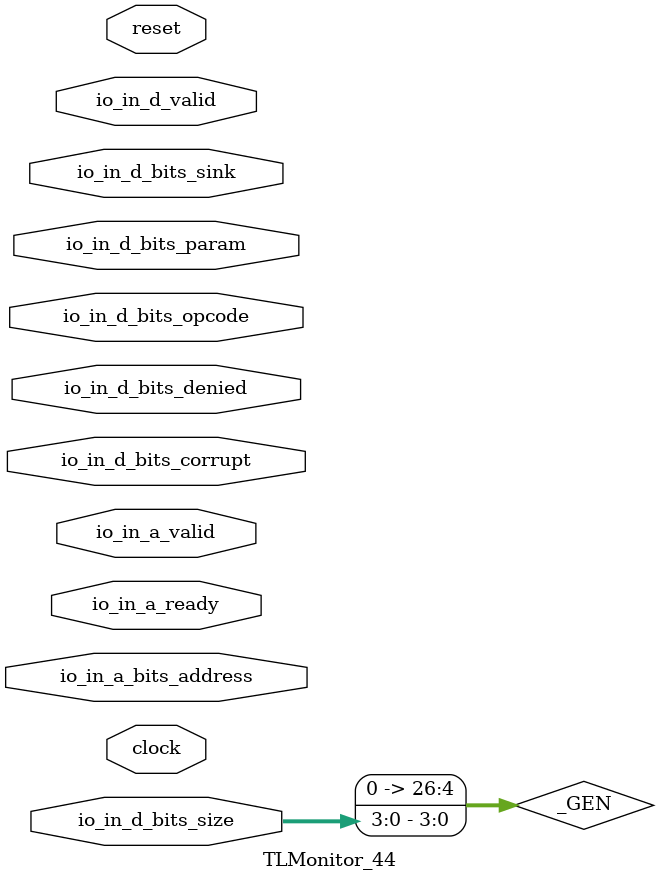
<source format=sv>
`ifndef RANDOMIZE
  `ifdef RANDOMIZE_REG_INIT
    `define RANDOMIZE
  `endif // RANDOMIZE_REG_INIT
`endif // not def RANDOMIZE
`ifndef RANDOMIZE
  `ifdef RANDOMIZE_MEM_INIT
    `define RANDOMIZE
  `endif // RANDOMIZE_MEM_INIT
`endif // not def RANDOMIZE

`ifndef RANDOM
  `define RANDOM $random
`endif // not def RANDOM

// Users can define 'PRINTF_COND' to add an extra gate to prints.
`ifndef PRINTF_COND_
  `ifdef PRINTF_COND
    `define PRINTF_COND_ (`PRINTF_COND)
  `else  // PRINTF_COND
    `define PRINTF_COND_ 1
  `endif // PRINTF_COND
`endif // not def PRINTF_COND_

// Users can define 'ASSERT_VERBOSE_COND' to add an extra gate to assert error printing.
`ifndef ASSERT_VERBOSE_COND_
  `ifdef ASSERT_VERBOSE_COND
    `define ASSERT_VERBOSE_COND_ (`ASSERT_VERBOSE_COND)
  `else  // ASSERT_VERBOSE_COND
    `define ASSERT_VERBOSE_COND_ 1
  `endif // ASSERT_VERBOSE_COND
`endif // not def ASSERT_VERBOSE_COND_

// Users can define 'STOP_COND' to add an extra gate to stop conditions.
`ifndef STOP_COND_
  `ifdef STOP_COND
    `define STOP_COND_ (`STOP_COND)
  `else  // STOP_COND
    `define STOP_COND_ 1
  `endif // STOP_COND
`endif // not def STOP_COND_

// Users can define INIT_RANDOM as general code that gets injected into the
// initializer block for modules with registers.
`ifndef INIT_RANDOM
  `define INIT_RANDOM
`endif // not def INIT_RANDOM

// If using random initialization, you can also define RANDOMIZE_DELAY to
// customize the delay used, otherwise 0.002 is used.
`ifndef RANDOMIZE_DELAY
  `define RANDOMIZE_DELAY 0.002
`endif // not def RANDOMIZE_DELAY

// Define INIT_RANDOM_PROLOG_ for use in our modules below.
`ifndef INIT_RANDOM_PROLOG_
  `ifdef RANDOMIZE
    `ifdef VERILATOR
      `define INIT_RANDOM_PROLOG_ `INIT_RANDOM
    `else  // VERILATOR
      `define INIT_RANDOM_PROLOG_ `INIT_RANDOM #`RANDOMIZE_DELAY begin end
    `endif // VERILATOR
  `else  // RANDOMIZE
    `define INIT_RANDOM_PROLOG_
  `endif // RANDOMIZE
`endif // not def INIT_RANDOM_PROLOG_

module TLMonitor_44(
  input        clock,
               reset,
               io_in_a_ready,
               io_in_a_valid,
  input [31:0] io_in_a_bits_address,
  input        io_in_d_valid,
  input [2:0]  io_in_d_bits_opcode,
  input [1:0]  io_in_d_bits_param,
  input [3:0]  io_in_d_bits_size,
               io_in_d_bits_sink,
  input        io_in_d_bits_denied,
               io_in_d_bits_corrupt
);

  wire [31:0] _plusarg_reader_1_out;	// @[PlusArg.scala:80:11]
  wire [31:0] _plusarg_reader_out;	// @[PlusArg.scala:80:11]
  wire        a_set = io_in_a_ready & io_in_a_valid;	// @[Decoupled.scala:51:35]
  reg  [7:0]  d_first_counter;	// @[Edges.scala:229:27]
  reg  [2:0]  opcode_1;	// @[Monitor.scala:535:22]
  reg  [1:0]  param_1;	// @[Monitor.scala:536:22]
  reg  [3:0]  size_1;	// @[Monitor.scala:537:22]
  reg         source_1;	// @[Monitor.scala:538:22]
  reg  [3:0]  sink;	// @[Monitor.scala:539:22]
  reg         denied;	// @[Monitor.scala:540:22]
  reg         inflight;	// @[Monitor.scala:611:27]
  reg  [3:0]  inflight_opcodes;	// @[Monitor.scala:613:35]
  reg  [7:0]  inflight_sizes;	// @[Monitor.scala:615:33]
  reg  [7:0]  d_first_counter_1;	// @[Edges.scala:229:27]
  wire        d_first_1 = d_first_counter_1 == 8'h0;	// @[Edges.scala:229:27, :231:25, Monitor.scala:745:35]
  wire        d_release_ack = io_in_d_bits_opcode == 3'h6;	// @[Monitor.scala:81:25, :670:46]
  reg  [31:0] watchdog;	// @[Monitor.scala:706:27]
  reg  [7:0]  d_first_counter_2;	// @[Edges.scala:229:27]
  wire        d_first_2 = d_first_counter_2 == 8'h0;	// @[Edges.scala:229:27, :231:25, Monitor.scala:745:35]
  wire [26:0] _GEN = {23'h0, io_in_d_bits_size};	// @[package.scala:235:71]
  wire [26:0] _d_first_beats1_decode_T_1 = 27'hFFF << _GEN;	// @[package.scala:235:71]
  wire [26:0] _d_first_beats1_decode_T_5 = 27'hFFF << _GEN;	// @[package.scala:235:71]
  wire [26:0] _d_first_beats1_decode_T_9 = 27'hFFF << _GEN;	// @[package.scala:235:71]
  wire        d_clr = io_in_d_valid & d_first_1 & ~d_release_ack;	// @[Edges.scala:231:25, Monitor.scala:670:46, :671:74, :675:72]
  wire        _T_1083 = io_in_d_valid & ~(|d_first_counter);	// @[Edges.scala:229:27, :231:25, Monitor.scala:549:20]
  always @(posedge clock) begin
    if (reset) begin
      d_first_counter <= 8'h0;	// @[Edges.scala:229:27, Monitor.scala:745:35]
      inflight <= 1'h0;	// @[Monitor.scala:611:27]
      inflight_opcodes <= 4'h0;	// @[Monitor.scala:613:35, :657:77, Parameters.scala:92:42]
      inflight_sizes <= 8'h0;	// @[Monitor.scala:615:33, :745:35]
      d_first_counter_1 <= 8'h0;	// @[Edges.scala:229:27, Monitor.scala:745:35]
      watchdog <= 32'h0;	// @[Bundles.scala:259:74, Monitor.scala:706:27]
      d_first_counter_2 <= 8'h0;	// @[Edges.scala:229:27, Monitor.scala:745:35]
    end
    else begin
      if (io_in_d_valid) begin
        if (|d_first_counter)	// @[Edges.scala:229:27, :231:25]
          d_first_counter <= d_first_counter - 8'h1;	// @[Edges.scala:229:27, :230:28]
        else if (io_in_d_bits_opcode[0])	// @[Edges.scala:106:36]
          d_first_counter <= ~(_d_first_beats1_decode_T_1[11:4]);	// @[Edges.scala:229:27, package.scala:235:{46,71,76}]
        else	// @[Edges.scala:106:36]
          d_first_counter <= 8'h0;	// @[Edges.scala:229:27, Monitor.scala:745:35]
        if (d_first_1) begin	// @[Edges.scala:231:25]
          if (io_in_d_bits_opcode[0])	// @[Edges.scala:106:36]
            d_first_counter_1 <= ~(_d_first_beats1_decode_T_5[11:4]);	// @[Edges.scala:229:27, package.scala:235:{46,71,76}]
          else	// @[Edges.scala:106:36]
            d_first_counter_1 <= 8'h0;	// @[Edges.scala:229:27, Monitor.scala:745:35]
        end
        else	// @[Edges.scala:231:25]
          d_first_counter_1 <= d_first_counter_1 - 8'h1;	// @[Edges.scala:229:27, :230:28]
        if (d_first_2) begin	// @[Edges.scala:231:25]
          if (io_in_d_bits_opcode[0])	// @[Edges.scala:106:36]
            d_first_counter_2 <= ~(_d_first_beats1_decode_T_9[11:4]);	// @[Edges.scala:229:27, package.scala:235:{46,71,76}]
          else	// @[Edges.scala:106:36]
            d_first_counter_2 <= 8'h0;	// @[Edges.scala:229:27, Monitor.scala:745:35]
        end
        else	// @[Edges.scala:231:25]
          d_first_counter_2 <= d_first_counter_2 - 8'h1;	// @[Edges.scala:229:27, :230:28]
      end
      inflight <= (inflight | a_set) & ~d_clr;	// @[Decoupled.scala:51:35, Monitor.scala:611:27, :675:72, :702:{27,36,38}]
      inflight_opcodes <= (inflight_opcodes | (a_set ? 4'h9 : 4'h0)) & ~{4{d_clr}};	// @[Decoupled.scala:51:35, Monitor.scala:613:35, :627:33, :652:72, :654:61, :656:28, :657:77, :665:33, :675:{72,91}, :677:21, :703:{43,60,62}, Parameters.scala:92:42]
      inflight_sizes <= (inflight_sizes | (a_set ? {3'h0, a_set ? 5'hD : 5'h0} : 8'h0)) & ~{8{d_clr}};	// @[Decoupled.scala:51:35, Monitor.scala:615:33, :629:31, :645:38, :652:72, :655:{28,59}, :657:28, :667:31, :675:{72,91}, :678:21, :704:{39,54,56}, :745:35]
      if (a_set | io_in_d_valid)	// @[Decoupled.scala:51:35, Monitor.scala:712:27]
        watchdog <= 32'h0;	// @[Bundles.scala:259:74, Monitor.scala:706:27]
      else	// @[Monitor.scala:712:27]
        watchdog <= watchdog + 32'h1;	// @[Monitor.scala:706:27, :711:26]
    end
    if (_T_1083) begin	// @[Monitor.scala:549:20]
      opcode_1 <= io_in_d_bits_opcode;	// @[Monitor.scala:535:22]
      param_1 <= io_in_d_bits_param;	// @[Monitor.scala:536:22]
      size_1 <= io_in_d_bits_size;	// @[Monitor.scala:537:22]
      sink <= io_in_d_bits_sink;	// @[Monitor.scala:539:22]
      denied <= io_in_d_bits_denied;	// @[Monitor.scala:540:22]
    end
    source_1 <= ~_T_1083 & source_1;	// @[Monitor.scala:538:22, :549:{20,32}, :553:15]
  end // always @(posedge)
  `ifndef SYNTHESIS
    wire  [7:0][2:0] _GEN_0 = '{3'h4, 3'h5, 3'h2, 3'h1, 3'h1, 3'h1, 3'h0, 3'h0};	// @[Monitor.scala:690:38]
    wire  [7:0][2:0] _GEN_1 = '{3'h4, 3'h4, 3'h2, 3'h1, 3'h1, 3'h1, 3'h0, 3'h0};	// @[Monitor.scala:689:38]
    wire             _GEN_2 = io_in_d_valid & io_in_d_bits_opcode == 3'h6;	// @[Monitor.scala:81:25, :310:{25,52}]
    wire             _GEN_3 = io_in_d_bits_size[3:2] == 2'h0;	// @[Monitor.scala:312:27, :313:28]
    wire             _GEN_4 = io_in_d_valid & io_in_d_bits_opcode == 3'h4;	// @[Monitor.scala:318:{25,47}]
    wire             _GEN_5 = io_in_d_bits_param == 2'h2;	// @[Bundles.scala:111:27, Monitor.scala:323:28]
    wire             _GEN_6 = io_in_d_valid & io_in_d_bits_opcode == 3'h5;	// @[Monitor.scala:146:25, :328:{25,51}]
    wire             _GEN_7 = io_in_d_valid & io_in_d_bits_opcode == 3'h0;	// @[Monitor.scala:338:{25,51}]
    wire             _GEN_8 = io_in_d_valid & io_in_d_bits_opcode == 3'h1;	// @[Monitor.scala:346:{25,55}, :686:39]
    wire             _GEN_9 = io_in_d_valid & io_in_d_bits_opcode == 3'h2;	// @[Monitor.scala:354:{25,49}, :640:42]
    wire             _T_1057 = io_in_d_valid & (|d_first_counter);	// @[Edges.scala:229:27, :231:25, Monitor.scala:541:19]
    wire             _T_1136 = io_in_d_valid & d_first_1;	// @[Edges.scala:231:25, Monitor.scala:671:26]
    wire             _T_1107 = _T_1136 & ~d_release_ack;	// @[Monitor.scala:670:46, :671:{26,74}, :680:71]
    wire             _GEN_10 = _T_1107 & io_in_a_valid;	// @[Monitor.scala:680:71, :684:30]
    wire             _GEN_11 = _T_1107 & ~io_in_a_valid;	// @[Monitor.scala:680:71, :684:30]
    wire             _T_1193 = io_in_d_valid & d_first_2 & d_release_ack;	// @[Edges.scala:231:25, Monitor.scala:670:46, :791:71]
    always @(posedge clock) begin	// @[Monitor.scala:42:11]
      if (io_in_a_valid & ~reset & ~(io_in_a_bits_address[31:12] == 20'h3 | {io_in_a_bits_address[31:15], io_in_a_bits_address[13:12]} == 19'h0 | io_in_a_bits_address[31:16] == 16'h1 | {io_in_a_bits_address[31:17] ^ 15'h8, io_in_a_bits_address[15:12]} == 19'h0 | io_in_a_bits_address[31:16] == 16'h200 | io_in_a_bits_address[31:12] == 20'h2010 | io_in_a_bits_address[31:26] == 6'h3 | io_in_a_bits_address[31:12] == 20'h54000 | io_in_a_bits_address[31:28] == 4'h8)) begin	// @[Monitor.scala:42:11, Parameters.scala:137:{31,45,65}, :673:26]
        if (`ASSERT_VERBOSE_COND_)	// @[Monitor.scala:42:11]
          $error("Assertion failed: 'A' channel carries Get type which slave claims it can't support (connected at Frontend.scala:386:21)\n    at Monitor.scala:42 assert(cond, message)\n");	// @[Monitor.scala:42:11]
        if (`STOP_COND_)	// @[Monitor.scala:42:11]
          $fatal;	// @[Monitor.scala:42:11]
      end
      if (io_in_a_valid & ~reset & (|(io_in_a_bits_address[5:0]))) begin	// @[Edges.scala:21:{16,24}, Monitor.scala:42:11]
        if (`ASSERT_VERBOSE_COND_)	// @[Monitor.scala:42:11]
          $error("Assertion failed: 'A' channel Get address not aligned to size (connected at Frontend.scala:386:21)\n    at Monitor.scala:42 assert(cond, message)\n");	// @[Monitor.scala:42:11]
        if (`STOP_COND_)	// @[Monitor.scala:42:11]
          $fatal;	// @[Monitor.scala:42:11]
      end
      if (io_in_d_valid & ~reset & (&io_in_d_bits_opcode)) begin	// @[Bundles.scala:45:24, Monitor.scala:49:11]
        if (`ASSERT_VERBOSE_COND_)	// @[Monitor.scala:49:11]
          $error("Assertion failed: 'D' channel has invalid opcode (connected at Frontend.scala:386:21)\n    at Monitor.scala:49 assert(cond, message)\n");	// @[Monitor.scala:49:11]
        if (`STOP_COND_)	// @[Monitor.scala:49:11]
          $fatal;	// @[Monitor.scala:49:11]
      end
      if (_GEN_2 & ~reset & _GEN_3) begin	// @[Monitor.scala:49:11, :310:52, :312:27]
        if (`ASSERT_VERBOSE_COND_)	// @[Monitor.scala:49:11]
          $error("Assertion failed: 'D' channel ReleaseAck smaller than a beat (connected at Frontend.scala:386:21)\n    at Monitor.scala:49 assert(cond, message)\n");	// @[Monitor.scala:49:11]
        if (`STOP_COND_)	// @[Monitor.scala:49:11]
          $fatal;	// @[Monitor.scala:49:11]
      end
      if (_GEN_2 & ~reset & (|io_in_d_bits_param)) begin	// @[Monitor.scala:49:11, :310:52, :313:28]
        if (`ASSERT_VERBOSE_COND_)	// @[Monitor.scala:49:11]
          $error("Assertion failed: 'D' channel ReleaseeAck carries invalid param (connected at Frontend.scala:386:21)\n    at Monitor.scala:49 assert(cond, message)\n");	// @[Monitor.scala:49:11]
        if (`STOP_COND_)	// @[Monitor.scala:49:11]
          $fatal;	// @[Monitor.scala:49:11]
      end
      if (_GEN_2 & ~reset & io_in_d_bits_corrupt) begin	// @[Monitor.scala:49:11, :310:52]
        if (`ASSERT_VERBOSE_COND_)	// @[Monitor.scala:49:11]
          $error("Assertion failed: 'D' channel ReleaseAck is corrupt (connected at Frontend.scala:386:21)\n    at Monitor.scala:49 assert(cond, message)\n");	// @[Monitor.scala:49:11]
        if (`STOP_COND_)	// @[Monitor.scala:49:11]
          $fatal;	// @[Monitor.scala:49:11]
      end
      if (_GEN_2 & ~reset & io_in_d_bits_denied) begin	// @[Monitor.scala:49:11, :310:52]
        if (`ASSERT_VERBOSE_COND_)	// @[Monitor.scala:49:11]
          $error("Assertion failed: 'D' channel ReleaseAck is denied (connected at Frontend.scala:386:21)\n    at Monitor.scala:49 assert(cond, message)\n");	// @[Monitor.scala:49:11]
        if (`STOP_COND_)	// @[Monitor.scala:49:11]
          $fatal;	// @[Monitor.scala:49:11]
      end
      if (_GEN_4 & ~reset & _GEN_3) begin	// @[Monitor.scala:49:11, :312:27, :318:47]
        if (`ASSERT_VERBOSE_COND_)	// @[Monitor.scala:49:11]
          $error("Assertion failed: 'D' channel Grant smaller than a beat (connected at Frontend.scala:386:21)\n    at Monitor.scala:49 assert(cond, message)\n");	// @[Monitor.scala:49:11]
        if (`STOP_COND_)	// @[Monitor.scala:49:11]
          $fatal;	// @[Monitor.scala:49:11]
      end
      if (_GEN_4 & ~reset & (&io_in_d_bits_param)) begin	// @[Bundles.scala:105:26, Monitor.scala:49:11, :318:47]
        if (`ASSERT_VERBOSE_COND_)	// @[Monitor.scala:49:11]
          $error("Assertion failed: 'D' channel Grant carries invalid cap param (connected at Frontend.scala:386:21)\n    at Monitor.scala:49 assert(cond, message)\n");	// @[Monitor.scala:49:11]
        if (`STOP_COND_)	// @[Monitor.scala:49:11]
          $fatal;	// @[Monitor.scala:49:11]
      end
      if (_GEN_4 & ~reset & _GEN_5) begin	// @[Monitor.scala:49:11, :318:47, :323:28]
        if (`ASSERT_VERBOSE_COND_)	// @[Monitor.scala:49:11]
          $error("Assertion failed: 'D' channel Grant carries toN param (connected at Frontend.scala:386:21)\n    at Monitor.scala:49 assert(cond, message)\n");	// @[Monitor.scala:49:11]
        if (`STOP_COND_)	// @[Monitor.scala:49:11]
          $fatal;	// @[Monitor.scala:49:11]
      end
      if (_GEN_4 & ~reset & io_in_d_bits_corrupt) begin	// @[Monitor.scala:49:11, :318:47]
        if (`ASSERT_VERBOSE_COND_)	// @[Monitor.scala:49:11]
          $error("Assertion failed: 'D' channel Grant is corrupt (connected at Frontend.scala:386:21)\n    at Monitor.scala:49 assert(cond, message)\n");	// @[Monitor.scala:49:11]
        if (`STOP_COND_)	// @[Monitor.scala:49:11]
          $fatal;	// @[Monitor.scala:49:11]
      end
      if (_GEN_6 & ~reset & _GEN_3) begin	// @[Monitor.scala:49:11, :312:27, :328:51]
        if (`ASSERT_VERBOSE_COND_)	// @[Monitor.scala:49:11]
          $error("Assertion failed: 'D' channel GrantData smaller than a beat (connected at Frontend.scala:386:21)\n    at Monitor.scala:49 assert(cond, message)\n");	// @[Monitor.scala:49:11]
        if (`STOP_COND_)	// @[Monitor.scala:49:11]
          $fatal;	// @[Monitor.scala:49:11]
      end
      if (_GEN_6 & ~reset & (&io_in_d_bits_param)) begin	// @[Bundles.scala:105:26, Monitor.scala:49:11, :328:51]
        if (`ASSERT_VERBOSE_COND_)	// @[Monitor.scala:49:11]
          $error("Assertion failed: 'D' channel GrantData carries invalid cap param (connected at Frontend.scala:386:21)\n    at Monitor.scala:49 assert(cond, message)\n");	// @[Monitor.scala:49:11]
        if (`STOP_COND_)	// @[Monitor.scala:49:11]
          $fatal;	// @[Monitor.scala:49:11]
      end
      if (_GEN_6 & ~reset & _GEN_5) begin	// @[Monitor.scala:49:11, :323:28, :328:51]
        if (`ASSERT_VERBOSE_COND_)	// @[Monitor.scala:49:11]
          $error("Assertion failed: 'D' channel GrantData carries toN param (connected at Frontend.scala:386:21)\n    at Monitor.scala:49 assert(cond, message)\n");	// @[Monitor.scala:49:11]
        if (`STOP_COND_)	// @[Monitor.scala:49:11]
          $fatal;	// @[Monitor.scala:49:11]
      end
      if (_GEN_6 & ~reset & ~(~io_in_d_bits_denied | io_in_d_bits_corrupt)) begin	// @[Monitor.scala:49:11, :328:51, :334:{15,30}]
        if (`ASSERT_VERBOSE_COND_)	// @[Monitor.scala:49:11]
          $error("Assertion failed: 'D' channel GrantData is denied but not corrupt (connected at Frontend.scala:386:21)\n    at Monitor.scala:49 assert(cond, message)\n");	// @[Monitor.scala:49:11]
        if (`STOP_COND_)	// @[Monitor.scala:49:11]
          $fatal;	// @[Monitor.scala:49:11]
      end
      if (_GEN_7 & ~reset & (|io_in_d_bits_param)) begin	// @[Monitor.scala:49:11, :338:51, :341:28]
        if (`ASSERT_VERBOSE_COND_)	// @[Monitor.scala:49:11]
          $error("Assertion failed: 'D' channel AccessAck carries invalid param (connected at Frontend.scala:386:21)\n    at Monitor.scala:49 assert(cond, message)\n");	// @[Monitor.scala:49:11]
        if (`STOP_COND_)	// @[Monitor.scala:49:11]
          $fatal;	// @[Monitor.scala:49:11]
      end
      if (_GEN_7 & ~reset & io_in_d_bits_corrupt) begin	// @[Monitor.scala:49:11, :338:51]
        if (`ASSERT_VERBOSE_COND_)	// @[Monitor.scala:49:11]
          $error("Assertion failed: 'D' channel AccessAck is corrupt (connected at Frontend.scala:386:21)\n    at Monitor.scala:49 assert(cond, message)\n");	// @[Monitor.scala:49:11]
        if (`STOP_COND_)	// @[Monitor.scala:49:11]
          $fatal;	// @[Monitor.scala:49:11]
      end
      if (_GEN_8 & ~reset & (|io_in_d_bits_param)) begin	// @[Monitor.scala:49:11, :346:55, :349:28]
        if (`ASSERT_VERBOSE_COND_)	// @[Monitor.scala:49:11]
          $error("Assertion failed: 'D' channel AccessAckData carries invalid param (connected at Frontend.scala:386:21)\n    at Monitor.scala:49 assert(cond, message)\n");	// @[Monitor.scala:49:11]
        if (`STOP_COND_)	// @[Monitor.scala:49:11]
          $fatal;	// @[Monitor.scala:49:11]
      end
      if (_GEN_8 & ~reset & ~(~io_in_d_bits_denied | io_in_d_bits_corrupt)) begin	// @[Monitor.scala:49:11, :346:55, :350:{15,30}]
        if (`ASSERT_VERBOSE_COND_)	// @[Monitor.scala:49:11]
          $error("Assertion failed: 'D' channel AccessAckData is denied but not corrupt (connected at Frontend.scala:386:21)\n    at Monitor.scala:49 assert(cond, message)\n");	// @[Monitor.scala:49:11]
        if (`STOP_COND_)	// @[Monitor.scala:49:11]
          $fatal;	// @[Monitor.scala:49:11]
      end
      if (_GEN_9 & ~reset & (|io_in_d_bits_param)) begin	// @[Monitor.scala:49:11, :354:49, :357:28]
        if (`ASSERT_VERBOSE_COND_)	// @[Monitor.scala:49:11]
          $error("Assertion failed: 'D' channel HintAck carries invalid param (connected at Frontend.scala:386:21)\n    at Monitor.scala:49 assert(cond, message)\n");	// @[Monitor.scala:49:11]
        if (`STOP_COND_)	// @[Monitor.scala:49:11]
          $fatal;	// @[Monitor.scala:49:11]
      end
      if (_GEN_9 & ~reset & io_in_d_bits_corrupt) begin	// @[Monitor.scala:49:11, :354:49]
        if (`ASSERT_VERBOSE_COND_)	// @[Monitor.scala:49:11]
          $error("Assertion failed: 'D' channel HintAck is corrupt (connected at Frontend.scala:386:21)\n    at Monitor.scala:49 assert(cond, message)\n");	// @[Monitor.scala:49:11]
        if (`STOP_COND_)	// @[Monitor.scala:49:11]
          $fatal;	// @[Monitor.scala:49:11]
      end
      if (_T_1057 & ~reset & io_in_d_bits_opcode != opcode_1) begin	// @[Monitor.scala:49:11, :535:22, :541:19, :542:29]
        if (`ASSERT_VERBOSE_COND_)	// @[Monitor.scala:49:11]
          $error("Assertion failed: 'D' channel opcode changed within multibeat operation (connected at Frontend.scala:386:21)\n    at Monitor.scala:49 assert(cond, message)\n");	// @[Monitor.scala:49:11]
        if (`STOP_COND_)	// @[Monitor.scala:49:11]
          $fatal;	// @[Monitor.scala:49:11]
      end
      if (_T_1057 & ~reset & io_in_d_bits_param != param_1) begin	// @[Monitor.scala:49:11, :536:22, :541:19, :543:29]
        if (`ASSERT_VERBOSE_COND_)	// @[Monitor.scala:49:11]
          $error("Assertion failed: 'D' channel param changed within multibeat operation (connected at Frontend.scala:386:21)\n    at Monitor.scala:49 assert(cond, message)\n");	// @[Monitor.scala:49:11]
        if (`STOP_COND_)	// @[Monitor.scala:49:11]
          $fatal;	// @[Monitor.scala:49:11]
      end
      if (_T_1057 & ~reset & io_in_d_bits_size != size_1) begin	// @[Monitor.scala:49:11, :537:22, :541:19, :544:29]
        if (`ASSERT_VERBOSE_COND_)	// @[Monitor.scala:49:11]
          $error("Assertion failed: 'D' channel size changed within multibeat operation (connected at Frontend.scala:386:21)\n    at Monitor.scala:49 assert(cond, message)\n");	// @[Monitor.scala:49:11]
        if (`STOP_COND_)	// @[Monitor.scala:49:11]
          $fatal;	// @[Monitor.scala:49:11]
      end
      if (_T_1057 & ~reset & source_1) begin	// @[Monitor.scala:49:11, :538:22, :541:19]
        if (`ASSERT_VERBOSE_COND_)	// @[Monitor.scala:49:11]
          $error("Assertion failed: 'D' channel source changed within multibeat operation (connected at Frontend.scala:386:21)\n    at Monitor.scala:49 assert(cond, message)\n");	// @[Monitor.scala:49:11]
        if (`STOP_COND_)	// @[Monitor.scala:49:11]
          $fatal;	// @[Monitor.scala:49:11]
      end
      if (_T_1057 & ~reset & io_in_d_bits_sink != sink) begin	// @[Monitor.scala:49:11, :539:22, :541:19, :546:29]
        if (`ASSERT_VERBOSE_COND_)	// @[Monitor.scala:49:11]
          $error("Assertion failed: 'D' channel sink changed with multibeat operation (connected at Frontend.scala:386:21)\n    at Monitor.scala:49 assert(cond, message)\n");	// @[Monitor.scala:49:11]
        if (`STOP_COND_)	// @[Monitor.scala:49:11]
          $fatal;	// @[Monitor.scala:49:11]
      end
      if (_T_1057 & ~reset & io_in_d_bits_denied != denied) begin	// @[Monitor.scala:49:11, :540:22, :541:19, :547:29]
        if (`ASSERT_VERBOSE_COND_)	// @[Monitor.scala:49:11]
          $error("Assertion failed: 'D' channel denied changed with multibeat operation (connected at Frontend.scala:386:21)\n    at Monitor.scala:49 assert(cond, message)\n");	// @[Monitor.scala:49:11]
        if (`STOP_COND_)	// @[Monitor.scala:49:11]
          $fatal;	// @[Monitor.scala:49:11]
      end
      if (a_set & ~reset & inflight) begin	// @[Decoupled.scala:51:35, Monitor.scala:42:11, :611:27]
        if (`ASSERT_VERBOSE_COND_)	// @[Monitor.scala:42:11]
          $error("Assertion failed: 'A' channel re-used a source ID (connected at Frontend.scala:386:21)\n    at Monitor.scala:42 assert(cond, message)\n");	// @[Monitor.scala:42:11]
        if (`STOP_COND_)	// @[Monitor.scala:42:11]
          $fatal;	// @[Monitor.scala:42:11]
      end
      if (_T_1107 & ~reset & ~(inflight | io_in_a_valid)) begin	// @[Monitor.scala:49:11, :611:27, :680:71, :682:49]
        if (`ASSERT_VERBOSE_COND_)	// @[Monitor.scala:49:11]
          $error("Assertion failed: 'D' channel acknowledged for nothing inflight (connected at Frontend.scala:386:21)\n    at Monitor.scala:49 assert(cond, message)\n");	// @[Monitor.scala:49:11]
        if (`STOP_COND_)	// @[Monitor.scala:49:11]
          $fatal;	// @[Monitor.scala:49:11]
      end
      if (_GEN_10 & ~reset & ~(io_in_d_bits_opcode == 3'h1 | io_in_d_bits_opcode == 3'h1)) begin	// @[Monitor.scala:49:11, :684:30, :685:{38,77}, :686:39]
        if (`ASSERT_VERBOSE_COND_)	// @[Monitor.scala:49:11]
          $error("Assertion failed: 'D' channel contains improper opcode response (connected at Frontend.scala:386:21)\n    at Monitor.scala:49 assert(cond, message)\n");	// @[Monitor.scala:49:11]
        if (`STOP_COND_)	// @[Monitor.scala:49:11]
          $fatal;	// @[Monitor.scala:49:11]
      end
      if (_GEN_10 & ~reset & io_in_d_bits_size != 4'h6) begin	// @[Monitor.scala:49:11, :684:30, :687:36]
        if (`ASSERT_VERBOSE_COND_)	// @[Monitor.scala:49:11]
          $error("Assertion failed: 'D' channel contains improper response size (connected at Frontend.scala:386:21)\n    at Monitor.scala:49 assert(cond, message)\n");	// @[Monitor.scala:49:11]
        if (`STOP_COND_)	// @[Monitor.scala:49:11]
          $fatal;	// @[Monitor.scala:49:11]
      end
      if (_GEN_11 & ~reset & ~(io_in_d_bits_opcode == _GEN_1[inflight_opcodes[3:1]] | io_in_d_bits_opcode == _GEN_0[inflight_opcodes[3:1]])) begin	// @[Monitor.scala:42:11, :49:11, :613:35, :634:152, :684:30, :689:{38,72}, :690:38]
        if (`ASSERT_VERBOSE_COND_)	// @[Monitor.scala:49:11]
          $error("Assertion failed: 'D' channel contains improper opcode response (connected at Frontend.scala:386:21)\n    at Monitor.scala:49 assert(cond, message)\n");	// @[Monitor.scala:49:11]
        if (`STOP_COND_)	// @[Monitor.scala:49:11]
          $fatal;	// @[Monitor.scala:49:11]
      end
      if (_GEN_11 & ~reset & {4'h0, io_in_d_bits_size} != {1'h0, inflight_sizes[7:1]}) begin	// @[Monitor.scala:42:11, :49:11, :615:33, :638:{19,144}, :657:77, :684:30, :691:36, Parameters.scala:92:42]
        if (`ASSERT_VERBOSE_COND_)	// @[Monitor.scala:49:11]
          $error("Assertion failed: 'D' channel contains improper response size (connected at Frontend.scala:386:21)\n    at Monitor.scala:49 assert(cond, message)\n");	// @[Monitor.scala:49:11]
        if (`STOP_COND_)	// @[Monitor.scala:49:11]
          $fatal;	// @[Monitor.scala:49:11]
      end
      if (_T_1136 & io_in_a_valid & ~d_release_ack & ~reset & ~io_in_a_ready) begin	// @[Monitor.scala:49:11, :670:46, :671:{26,74}]
        if (`ASSERT_VERBOSE_COND_)	// @[Monitor.scala:49:11]
          $error("Assertion failed: ready check\n    at Monitor.scala:49 assert(cond, message)\n");	// @[Monitor.scala:49:11]
        if (`STOP_COND_)	// @[Monitor.scala:49:11]
          $fatal;	// @[Monitor.scala:49:11]
      end
      if (~reset & ~(io_in_a_valid != (_T_1136 & ~d_release_ack) | ~io_in_a_valid)) begin	// @[Monitor.scala:49:11, :670:46, :671:{26,71,74}, :699:{29,48,51}]
        if (`ASSERT_VERBOSE_COND_)	// @[Monitor.scala:49:11]
          $error("Assertion failed: 'A' and 'D' concurrent, despite minlatency 4 (connected at Frontend.scala:386:21)\n    at Monitor.scala:49 assert(cond, message)\n");	// @[Monitor.scala:49:11]
        if (`STOP_COND_)	// @[Monitor.scala:49:11]
          $fatal;	// @[Monitor.scala:49:11]
      end
      if (~reset & ~(~inflight | _plusarg_reader_out == 32'h0 | watchdog < _plusarg_reader_out)) begin	// @[Bundles.scala:259:74, Monitor.scala:42:11, :611:27, :706:27, :709:{16,39,47,59}, PlusArg.scala:80:11]
        if (`ASSERT_VERBOSE_COND_)	// @[Monitor.scala:42:11]
          $error("Assertion failed: TileLink timeout expired (connected at Frontend.scala:386:21)\n    at Monitor.scala:42 assert(cond, message)\n");	// @[Monitor.scala:42:11]
        if (`STOP_COND_)	// @[Monitor.scala:42:11]
          $fatal;	// @[Monitor.scala:42:11]
      end
      if (_T_1193 & ~reset) begin	// @[Monitor.scala:49:11, :791:71]
        if (`ASSERT_VERBOSE_COND_)	// @[Monitor.scala:49:11]
          $error("Assertion failed: 'D' channel acknowledged for nothing inflight (connected at Frontend.scala:386:21)\n    at Monitor.scala:49 assert(cond, message)\n");	// @[Monitor.scala:49:11]
        if (`STOP_COND_)	// @[Monitor.scala:49:11]
          $fatal;	// @[Monitor.scala:49:11]
      end
      if (_T_1193 & ~reset & (|io_in_d_bits_size)) begin	// @[Monitor.scala:49:11, :791:71, :797:36]
        if (`ASSERT_VERBOSE_COND_)	// @[Monitor.scala:49:11]
          $error("Assertion failed: 'D' channel contains improper response size (connected at Frontend.scala:386:21)\n    at Monitor.scala:49 assert(cond, message)\n");	// @[Monitor.scala:49:11]
        if (`STOP_COND_)	// @[Monitor.scala:49:11]
          $fatal;	// @[Monitor.scala:49:11]
      end
    end // always @(posedge)
    `ifdef FIRRTL_BEFORE_INITIAL
      `FIRRTL_BEFORE_INITIAL
    `endif // FIRRTL_BEFORE_INITIAL
    logic [31:0]     _RANDOM_0;
    logic [31:0]     _RANDOM_1;
    logic [31:0]     _RANDOM_2;
    logic [31:0]     _RANDOM_3;
    logic [31:0]     _RANDOM_4;
    logic [31:0]     _RANDOM_5;
    initial begin
      `ifdef INIT_RANDOM_PROLOG_
        `INIT_RANDOM_PROLOG_
      `endif // INIT_RANDOM_PROLOG_
      `ifdef RANDOMIZE_REG_INIT
        _RANDOM_0 = `RANDOM;
        _RANDOM_1 = `RANDOM;
        _RANDOM_2 = `RANDOM;
        _RANDOM_3 = `RANDOM;
        _RANDOM_4 = `RANDOM;
        _RANDOM_5 = `RANDOM;
        d_first_counter = _RANDOM_1[26:19];	// @[Edges.scala:229:27]
        opcode_1 = _RANDOM_1[29:27];	// @[Edges.scala:229:27, Monitor.scala:535:22]
        param_1 = _RANDOM_1[31:30];	// @[Edges.scala:229:27, Monitor.scala:536:22]
        size_1 = _RANDOM_2[3:0];	// @[Monitor.scala:537:22]
        source_1 = _RANDOM_2[4];	// @[Monitor.scala:537:22, :538:22]
        sink = _RANDOM_2[8:5];	// @[Monitor.scala:537:22, :539:22]
        denied = _RANDOM_2[9];	// @[Monitor.scala:537:22, :540:22]
        inflight = _RANDOM_2[10];	// @[Monitor.scala:537:22, :611:27]
        inflight_opcodes = _RANDOM_2[14:11];	// @[Monitor.scala:537:22, :613:35]
        inflight_sizes = _RANDOM_2[22:15];	// @[Monitor.scala:537:22, :615:33]
        d_first_counter_1 = {_RANDOM_2[31], _RANDOM_3[6:0]};	// @[Edges.scala:229:27, Monitor.scala:537:22]
        watchdog = {_RANDOM_3[31:7], _RANDOM_4[6:0]};	// @[Edges.scala:229:27, Monitor.scala:706:27]
        d_first_counter_2 = {_RANDOM_4[31:28], _RANDOM_5[3:0]};	// @[Edges.scala:229:27, Monitor.scala:706:27]
      `endif // RANDOMIZE_REG_INIT
    end // initial
    `ifdef FIRRTL_AFTER_INITIAL
      `FIRRTL_AFTER_INITIAL
    `endif // FIRRTL_AFTER_INITIAL
  `endif // not def SYNTHESIS
  plusarg_reader #(
    .FORMAT("tilelink_timeout=%d"),
    .DEFAULT(0),
    .WIDTH(32)
  ) plusarg_reader (	// @[PlusArg.scala:80:11]
    .out (_plusarg_reader_out)
  );
  plusarg_reader #(
    .FORMAT("tilelink_timeout=%d"),
    .DEFAULT(0),
    .WIDTH(32)
  ) plusarg_reader_1 (	// @[PlusArg.scala:80:11]
    .out (_plusarg_reader_1_out)
  );
endmodule


</source>
